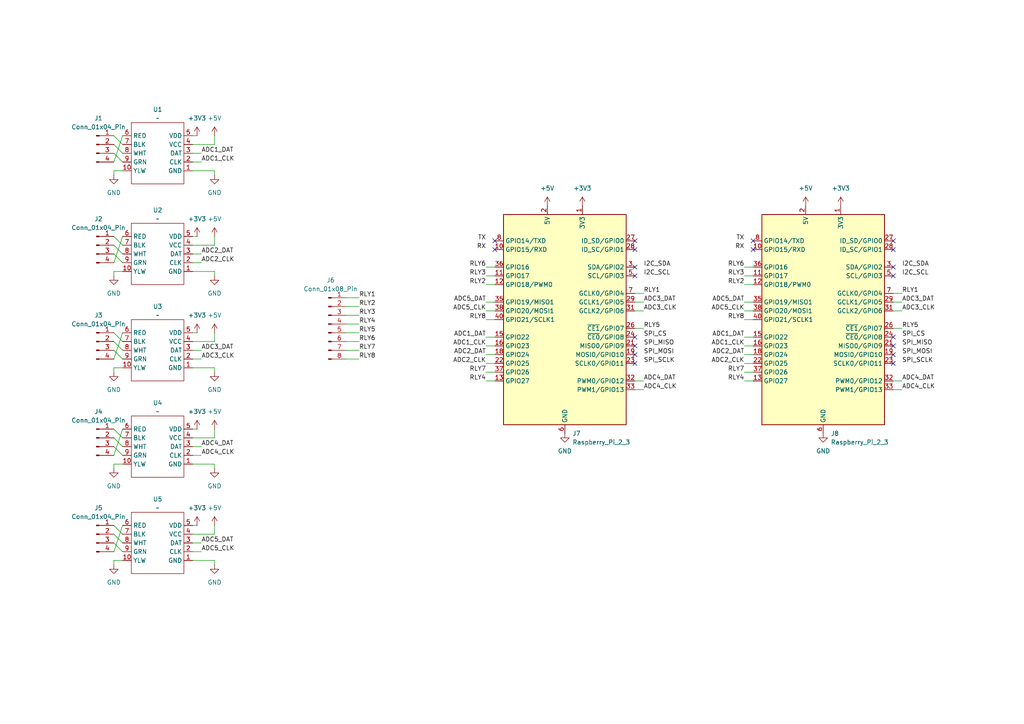
<source format=kicad_sch>
(kicad_sch (version 20231120) (generator "eeschema") (generator_version "8.0")
  (paper "A4")
  (lib_symbols
    (symbol "Connector:Conn_01x04_Pin" (pin_names (offset 1.016) hide)
      (property "Reference" "J" (at 0 5.08 0))
      (property "Value" "Conn_01x04_Pin" (at 0 -7.62 0))
      (symbol "Conn_01x04_Pin_1_1"
        (polyline (pts (xy 1.27 -5.08) (xy 0.8636 -5.08)) (stroke (width 0.1524)))
        (polyline (pts (xy 1.27 -2.54) (xy 0.8636 -2.54)) (stroke (width 0.1524)))
        (polyline (pts (xy 1.27 0) (xy 0.8636 0)) (stroke (width 0.1524)))
        (polyline (pts (xy 1.27 2.54) (xy 0.8636 2.54)) (stroke (width 0.1524)))
        (rectangle (start 0.8636 -4.953) (end 0 -5.207) (stroke (width 0.1524)) (fill (type outline)))
        (rectangle (start 0.8636 -2.413) (end 0 -2.667) (stroke (width 0.1524)) (fill (type outline)))
        (rectangle (start 0.8636 0.127) (end 0 -0.127) (stroke (width 0.1524)) (fill (type outline)))
        (rectangle (start 0.8636 2.667) (end 0 2.413) (stroke (width 0.1524)) (fill (type outline)))
        (pin passive line (at 5.08 2.54 180) (length 3.81) (name "Pin_1") (number "1"))
        (pin passive line (at 5.08 0 180) (length 3.81) (name "Pin_2") (number "2"))
        (pin passive line (at 5.08 -2.54 180) (length 3.81) (name "Pin_3") (number "3"))
        (pin passive line (at 5.08 -5.08 180) (length 3.81) (name "Pin_4") (number "4"))
      )
    )
    (symbol "Connector:Conn_01x08_Pin" (pin_names (offset 1.016) hide)
      (property "Reference" "J" (at 0 10.16 0))
      (property "Value" "Conn_01x08_Pin" (at 0 -12.7 0))
      (symbol "Conn_01x08_Pin_1_1"
        (polyline (pts (xy 1.27 -10.16) (xy 0.8636 -10.16)) (stroke (width 0.1524)))
        (polyline (pts (xy 1.27 -7.62) (xy 0.8636 -7.62)) (stroke (width 0.1524)))
        (polyline (pts (xy 1.27 -5.08) (xy 0.8636 -5.08)) (stroke (width 0.1524)))
        (polyline (pts (xy 1.27 -2.54) (xy 0.8636 -2.54)) (stroke (width 0.1524)))
        (polyline (pts (xy 1.27 0) (xy 0.8636 0)) (stroke (width 0.1524)))
        (polyline (pts (xy 1.27 2.54) (xy 0.8636 2.54)) (stroke (width 0.1524)))
        (polyline (pts (xy 1.27 5.08) (xy 0.8636 5.08)) (stroke (width 0.1524)))
        (polyline (pts (xy 1.27 7.62) (xy 0.8636 7.62)) (stroke (width 0.1524)))
        (rectangle (start 0.8636 -10.033) (end 0 -10.287) (stroke (width 0.1524)) (fill (type outline)))
        (rectangle (start 0.8636 -7.493) (end 0 -7.747) (stroke (width 0.1524)) (fill (type outline)))
        (rectangle (start 0.8636 -4.953) (end 0 -5.207) (stroke (width 0.1524)) (fill (type outline)))
        (rectangle (start 0.8636 -2.413) (end 0 -2.667) (stroke (width 0.1524)) (fill (type outline)))
        (rectangle (start 0.8636 0.127) (end 0 -0.127) (stroke (width 0.1524)) (fill (type outline)))
        (rectangle (start 0.8636 2.667) (end 0 2.413) (stroke (width 0.1524)) (fill (type outline)))
        (rectangle (start 0.8636 5.207) (end 0 4.953) (stroke (width 0.1524)) (fill (type outline)))
        (rectangle (start 0.8636 7.747) (end 0 7.493) (stroke (width 0.1524)) (fill (type outline)))
        (pin passive line (at 5.08 7.62 180) (length 3.81) (name "Pin_1") (number "1"))
        (pin passive line (at 5.08 5.08 180) (length 3.81) (name "Pin_2") (number "2"))
        (pin passive line (at 5.08 2.54 180) (length 3.81) (name "Pin_3") (number "3"))
        (pin passive line (at 5.08 0 180) (length 3.81) (name "Pin_4") (number "4"))
        (pin passive line (at 5.08 -2.54 180) (length 3.81) (name "Pin_5") (number "5"))
        (pin passive line (at 5.08 -5.08 180) (length 3.81) (name "Pin_6") (number "6"))
        (pin passive line (at 5.08 -7.62 180) (length 3.81) (name "Pin_7") (number "7"))
        (pin passive line (at 5.08 -10.16 180) (length 3.81) (name "Pin_8") (number "8"))
      )
    )
    (symbol "Connector:Raspberry_Pi_2_3"
      (property "Reference" "J" (at -17.78 31.75 0))
      (property "Value" "Raspberry_Pi_2_3" (at 10.16 -31.75 0))
      (symbol "Raspberry_Pi_2_3_0_1"
        (rectangle (start -17.78 30.48) (end 17.78 -30.48) (stroke (width 0.254)) (fill (type background)))
      )
      (symbol "Raspberry_Pi_2_3_1_1"
        (pin power_in line (at 5.08 33.02 270) (length 2.54) (name "3V3") (number "1"))
        (pin bidirectional line (at -20.32 20.32 0) (length 2.54) (name "GPIO15/RXD") (number "10"))
        (pin bidirectional line (at -20.32 12.7 0) (length 2.54) (name "GPIO17") (number "11"))
        (pin bidirectional line (at -20.32 10.16 0) (length 2.54) (name "GPIO18/PWM0") (number "12"))
        (pin bidirectional line (at -20.32 -17.78 0) (length 2.54) (name "GPIO27") (number "13"))
        (pin passive line (at 0 -33.02 90) (length 2.54) hide (name "GND") (number "14"))
        (pin bidirectional line (at -20.32 -5.08 0) (length 2.54) (name "GPIO22") (number "15"))
        (pin bidirectional line (at -20.32 -7.62 0) (length 2.54) (name "GPIO23") (number "16"))
        (pin passive line (at 5.08 33.02 270) (length 2.54) hide (name "3V3") (number "17"))
        (pin bidirectional line (at -20.32 -10.16 0) (length 2.54) (name "GPIO24") (number "18"))
        (pin bidirectional line (at 20.32 -10.16 180) (length 2.54) (name "MOSI0/GPIO10") (number "19"))
        (pin power_in line (at -5.08 33.02 270) (length 2.54) (name "5V") (number "2"))
        (pin passive line (at 0 -33.02 90) (length 2.54) hide (name "GND") (number "20"))
        (pin bidirectional line (at 20.32 -7.62 180) (length 2.54) (name "MISO0/GPIO9") (number "21"))
        (pin bidirectional line (at -20.32 -12.7 0) (length 2.54) (name "GPIO25") (number "22"))
        (pin bidirectional line (at 20.32 -12.7 180) (length 2.54) (name "SCLK0/GPIO11") (number "23"))
        (pin bidirectional line (at 20.32 -5.08 180) (length 2.54) (name "~{CE0}/GPIO8") (number "24"))
        (pin passive line (at 0 -33.02 90) (length 2.54) hide (name "GND") (number "25"))
        (pin bidirectional line (at 20.32 -2.54 180) (length 2.54) (name "~{CE1}/GPIO7") (number "26"))
        (pin bidirectional line (at 20.32 22.86 180) (length 2.54) (name "ID_SD/GPIO0") (number "27"))
        (pin bidirectional line (at 20.32 20.32 180) (length 2.54) (name "ID_SC/GPIO1") (number "28"))
        (pin bidirectional line (at 20.32 5.08 180) (length 2.54) (name "GCLK1/GPIO5") (number "29"))
        (pin bidirectional line (at 20.32 15.24 180) (length 2.54) (name "SDA/GPIO2") (number "3"))
        (pin passive line (at 0 -33.02 90) (length 2.54) hide (name "GND") (number "30"))
        (pin bidirectional line (at 20.32 2.54 180) (length 2.54) (name "GCLK2/GPIO6") (number "31"))
        (pin bidirectional line (at 20.32 -17.78 180) (length 2.54) (name "PWM0/GPIO12") (number "32"))
        (pin bidirectional line (at 20.32 -20.32 180) (length 2.54) (name "PWM1/GPIO13") (number "33"))
        (pin passive line (at 0 -33.02 90) (length 2.54) hide (name "GND") (number "34"))
        (pin bidirectional line (at -20.32 5.08 0) (length 2.54) (name "GPIO19/MISO1") (number "35"))
        (pin bidirectional line (at -20.32 15.24 0) (length 2.54) (name "GPIO16") (number "36"))
        (pin bidirectional line (at -20.32 -15.24 0) (length 2.54) (name "GPIO26") (number "37"))
        (pin bidirectional line (at -20.32 2.54 0) (length 2.54) (name "GPIO20/MOSI1") (number "38"))
        (pin passive line (at 0 -33.02 90) (length 2.54) hide (name "GND") (number "39"))
        (pin passive line (at -5.08 33.02 270) (length 2.54) hide (name "5V") (number "4"))
        (pin bidirectional line (at -20.32 0 0) (length 2.54) (name "GPIO21/SCLK1") (number "40"))
        (pin bidirectional line (at 20.32 12.7 180) (length 2.54) (name "SCL/GPIO3") (number "5"))
        (pin power_in line (at 0 -33.02 90) (length 2.54) (name "GND") (number "6"))
        (pin bidirectional line (at 20.32 7.62 180) (length 2.54) (name "GCLK0/GPIO4") (number "7"))
        (pin bidirectional line (at -20.32 22.86 0) (length 2.54) (name "GPIO14/TXD") (number "8"))
        (pin passive line (at 0 -33.02 90) (length 2.54) hide (name "GND") (number "9"))
      )
    )
    (symbol "New_Library:HX711_Load_Cell_Amp"
      (property "Reference" "U" (at 0 0 0))
      (symbol "HX711_Load_Cell_Amp_0_1"
        (rectangle (start -7.62 8.89) (end 7.62 -8.89))
      )
      (symbol "HX711_Load_Cell_Amp_1_1"
        (pin power_in line (at 10.16 -5.08 180) (length 2.54) (name "GND") (number "1"))
        (pin input line (at -10.16 -5.08 0) (length 2.54) (name "YLW") (number "10"))
        (pin output line (at 10.16 -2.54 180) (length 2.54) (name "CLK") (number "2"))
        (pin bidirectional line (at 10.16 0 180) (length 2.54) (name "DAT") (number "3"))
        (pin power_in line (at 10.16 2.54 180) (length 2.54) (name "VCC") (number "4"))
        (pin power_in line (at 10.16 5.08 180) (length 2.54) (name "VDD") (number "5"))
        (pin input line (at -10.16 5.08 0) (length 2.54) (name "RED") (number "6"))
        (pin input line (at -10.16 2.54 0) (length 2.54) (name "BLK") (number "7"))
        (pin input line (at -10.16 0 0) (length 2.54) (name "WHT") (number "8"))
        (pin input line (at -10.16 -2.54 0) (length 2.54) (name "GRN") (number "9"))
      )
    )
    (symbol "power:+3V3" (power) (pin_numbers hide) (pin_names (offset 0) hide)
      (property "Value" "+3V3" (at 0 3.556 0))
      (symbol "+3V3_0_1"
        (polyline (pts (xy -0.762 1.27) (xy 0 2.54)))
        (polyline (pts (xy 0 0) (xy 0 2.54)))
        (polyline (pts (xy 0 2.54) (xy 0.762 1.27)))
      )
      (symbol "+3V3_1_1"
        (pin power_in line (at 0 0 90) (length 0) (name "~") (number "1"))
      )
    )
    (symbol "power:+5V" (power) (pin_numbers hide) (pin_names (offset 0) hide)
      (property "Value" "+5V" (at 0 3.556 0))
      (symbol "+5V_0_1"
        (polyline (pts (xy -0.762 1.27) (xy 0 2.54)))
        (polyline (pts (xy 0 0) (xy 0 2.54)))
        (polyline (pts (xy 0 2.54) (xy 0.762 1.27)))
      )
      (symbol "+5V_1_1"
        (pin power_in line (at 0 0 90) (length 0) (name "~") (number "1"))
      )
    )
    (symbol "power:GND" (power) (pin_numbers hide) (pin_names (offset 0) hide)
      (property "Value" "GND" (at 0 -3.81 0))
      (symbol "GND_0_1"
        (polyline (pts (xy 0 0) (xy 0 -1.27) (xy 1.27 -1.27) (xy 0 -2.54) (xy -1.27 -1.27) (xy 0 -1.27)))
      )
      (symbol "GND_1_1"
        (pin power_in line (at 0 0 270) (length 0) (name "~") (number "1"))
      )
    )
  )
  (no_connect (at 259.08 80.01))
  (no_connect (at 259.08 69.85))
  (no_connect (at 184.15 72.39))
  (no_connect (at 143.51 72.39))
  (no_connect (at 218.44 69.85))
  (no_connect (at 218.44 72.39))
  (no_connect (at 184.15 80.01))
  (no_connect (at 184.15 69.85))
  (no_connect (at 259.08 102.87))
  (no_connect (at 184.15 102.87))
  (no_connect (at 184.15 77.47))
  (no_connect (at 259.08 72.39))
  (no_connect (at 184.15 97.79))
  (no_connect (at 184.15 105.41))
  (no_connect (at 259.08 105.41))
  (no_connect (at 143.51 69.85))
  (no_connect (at 259.08 97.79))
  (no_connect (at 259.08 100.33))
  (no_connect (at 184.15 100.33))
  (no_connect (at 259.08 77.47))
  (wire (pts (xy 33.02 157.48) (xy 35.56 160.02)))
  (wire (pts (xy 55.88 46.99) (xy 58.42 46.99)))
  (wire (pts (xy 140.97 92.71) (xy 143.51 92.71)))
  (wire (pts (xy 57.15 152.4) (xy 55.88 152.4)))
  (wire (pts (xy 55.88 157.48) (xy 58.42 157.48)))
  (wire (pts (xy 100.33 101.6) (xy 104.14 101.6)))
  (wire (pts (xy 140.97 90.17) (xy 143.51 90.17)))
  (wire (pts (xy 62.23 154.94) (xy 55.88 154.94)))
  (wire (pts (xy 35.56 39.37) (xy 33.02 46.99)))
  (wire (pts (xy 140.97 77.47) (xy 143.51 77.47)))
  (wire (pts (xy 33.02 162.56) (xy 35.56 162.56)))
  (wire (pts (xy 140.97 87.63) (xy 143.51 87.63)))
  (wire (pts (xy 33.02 162.56) (xy 33.02 163.83)))
  (wire (pts (xy 35.56 96.52) (xy 33.02 104.14)))
  (wire (pts (xy 33.02 39.37) (xy 35.56 41.91)))
  (wire (pts (xy 62.23 78.74) (xy 55.88 78.74)))
  (wire (pts (xy 62.23 99.06) (xy 55.88 99.06)))
  (wire (pts (xy 33.02 134.62) (xy 35.56 134.62)))
  (wire (pts (xy 215.9 97.79) (xy 218.44 97.79)))
  (wire (pts (xy 35.56 152.4) (xy 33.02 160.02)))
  (wire (pts (xy 62.23 49.53) (xy 55.88 49.53)))
  (wire (pts (xy 62.23 134.62) (xy 55.88 134.62)))
  (wire (pts (xy 33.02 78.74) (xy 33.02 80.01)))
  (wire (pts (xy 100.33 88.9) (xy 104.14 88.9)))
  (wire (pts (xy 33.02 73.66) (xy 35.56 76.2)))
  (wire (pts (xy 62.23 152.4) (xy 62.23 154.94)))
  (wire (pts (xy 55.88 160.02) (xy 58.42 160.02)))
  (wire (pts (xy 184.15 90.17) (xy 186.69 90.17)))
  (wire (pts (xy 62.23 106.68) (xy 55.88 106.68)))
  (wire (pts (xy 140.97 97.79) (xy 143.51 97.79)))
  (wire (pts (xy 215.9 107.95) (xy 218.44 107.95)))
  (wire (pts (xy 33.02 106.68) (xy 33.02 107.95)))
  (wire (pts (xy 100.33 96.52) (xy 104.14 96.52)))
  (wire (pts (xy 55.88 129.54) (xy 58.42 129.54)))
  (wire (pts (xy 259.08 90.17) (xy 261.62 90.17)))
  (wire (pts (xy 215.9 77.47) (xy 218.44 77.47)))
  (wire (pts (xy 215.9 82.55) (xy 218.44 82.55)))
  (wire (pts (xy 55.88 73.66) (xy 58.42 73.66)))
  (wire (pts (xy 259.08 85.09) (xy 261.62 85.09)))
  (wire (pts (xy 215.9 100.33) (xy 218.44 100.33)))
  (wire (pts (xy 33.02 41.91) (xy 35.56 44.45)))
  (wire (pts (xy 62.23 124.46) (xy 62.23 127)))
  (wire (pts (xy 62.23 39.37) (xy 62.23 41.91)))
  (wire (pts (xy 55.88 104.14) (xy 58.42 104.14)))
  (wire (pts (xy 33.02 106.68) (xy 35.56 106.68)))
  (wire (pts (xy 62.23 162.56) (xy 55.88 162.56)))
  (wire (pts (xy 215.9 92.71) (xy 218.44 92.71)))
  (wire (pts (xy 62.23 135.89) (xy 62.23 134.62)))
  (wire (pts (xy 55.88 101.6) (xy 58.42 101.6)))
  (wire (pts (xy 33.02 152.4) (xy 35.56 154.94)))
  (wire (pts (xy 57.15 39.37) (xy 55.88 39.37)))
  (wire (pts (xy 33.02 78.74) (xy 35.56 78.74)))
  (wire (pts (xy 184.15 87.63) (xy 186.69 87.63)))
  (wire (pts (xy 62.23 68.58) (xy 62.23 71.12)))
  (wire (pts (xy 215.9 90.17) (xy 218.44 90.17)))
  (wire (pts (xy 33.02 124.46) (xy 35.56 127)))
  (wire (pts (xy 33.02 134.62) (xy 33.02 135.89)))
  (wire (pts (xy 184.15 85.09) (xy 186.69 85.09)))
  (wire (pts (xy 140.97 100.33) (xy 143.51 100.33)))
  (wire (pts (xy 57.15 96.52) (xy 55.88 96.52)))
  (wire (pts (xy 140.97 107.95) (xy 143.51 107.95)))
  (wire (pts (xy 33.02 129.54) (xy 35.56 132.08)))
  (wire (pts (xy 259.08 87.63) (xy 261.62 87.63)))
  (wire (pts (xy 33.02 49.53) (xy 35.56 49.53)))
  (wire (pts (xy 140.97 80.01) (xy 143.51 80.01)))
  (wire (pts (xy 184.15 95.25) (xy 186.69 95.25)))
  (wire (pts (xy 55.88 132.08) (xy 58.42 132.08)))
  (wire (pts (xy 57.15 124.46) (xy 55.88 124.46)))
  (wire (pts (xy 184.15 110.49) (xy 186.69 110.49)))
  (wire (pts (xy 62.23 127) (xy 55.88 127)))
  (wire (pts (xy 33.02 44.45) (xy 35.56 46.99)))
  (wire (pts (xy 35.56 124.46) (xy 33.02 132.08)))
  (wire (pts (xy 215.9 110.49) (xy 218.44 110.49)))
  (wire (pts (xy 33.02 127) (xy 35.56 129.54)))
  (wire (pts (xy 140.97 110.49) (xy 143.51 110.49)))
  (wire (pts (xy 140.97 82.55) (xy 143.51 82.55)))
  (wire (pts (xy 33.02 101.6) (xy 35.56 104.14)))
  (wire (pts (xy 62.23 163.83) (xy 62.23 162.56)))
  (wire (pts (xy 62.23 50.8) (xy 62.23 49.53)))
  (wire (pts (xy 215.9 102.87) (xy 218.44 102.87)))
  (wire (pts (xy 140.97 102.87) (xy 143.51 102.87)))
  (wire (pts (xy 33.02 99.06) (xy 35.56 101.6)))
  (wire (pts (xy 62.23 96.52) (xy 62.23 99.06)))
  (wire (pts (xy 33.02 154.94) (xy 35.56 157.48)))
  (wire (pts (xy 62.23 107.95) (xy 62.23 106.68)))
  (wire (pts (xy 184.15 113.03) (xy 186.69 113.03)))
  (wire (pts (xy 215.9 105.41) (xy 218.44 105.41)))
  (wire (pts (xy 259.08 113.03) (xy 261.62 113.03)))
  (wire (pts (xy 215.9 80.01) (xy 218.44 80.01)))
  (wire (pts (xy 62.23 41.91) (xy 55.88 41.91)))
  (wire (pts (xy 55.88 44.45) (xy 58.42 44.45)))
  (wire (pts (xy 100.33 99.06) (xy 104.14 99.06)))
  (wire (pts (xy 33.02 96.52) (xy 35.56 99.06)))
  (wire (pts (xy 33.02 71.12) (xy 35.56 73.66)))
  (wire (pts (xy 33.02 68.58) (xy 35.56 71.12)))
  (wire (pts (xy 100.33 104.14) (xy 104.14 104.14)))
  (wire (pts (xy 35.56 68.58) (xy 33.02 76.2)))
  (wire (pts (xy 55.88 76.2) (xy 58.42 76.2)))
  (wire (pts (xy 140.97 105.41) (xy 143.51 105.41)))
  (wire (pts (xy 57.15 68.58) (xy 55.88 68.58)))
  (wire (pts (xy 259.08 95.25) (xy 261.62 95.25)))
  (wire (pts (xy 62.23 80.01) (xy 62.23 78.74)))
  (wire (pts (xy 100.33 86.36) (xy 104.14 86.36)))
  (wire (pts (xy 33.02 49.53) (xy 33.02 50.8)))
  (wire (pts (xy 62.23 71.12) (xy 55.88 71.12)))
  (wire (pts (xy 100.33 91.44) (xy 104.14 91.44)))
  (wire (pts (xy 259.08 110.49) (xy 261.62 110.49)))
  (wire (pts (xy 215.9 87.63) (xy 218.44 87.63)))
  (wire (pts (xy 100.33 93.98) (xy 104.14 93.98)))
  (label "ADC4_CLK" (at 58.42 132.08 0))
  (label "RLY4" (at 104.14 93.98 0))
  (label "SPI_MISO" (at 186.69 100.33 0))
  (label "ADC5_DAT" (at 140.97 87.63 180))
  (label "RLY4" (at 140.97 110.49 180))
  (label "RLY3" (at 140.97 80.01 180))
  (label "RX" (at 140.97 72.39 180))
  (label "RLY8" (at 104.14 104.14 0))
  (label "ADC1_CLK" (at 215.9 100.33 180))
  (label "ADC2_CLK" (at 140.97 105.41 180))
  (label "RLY8" (at 140.97 92.71 180))
  (label "RLY3" (at 215.9 80.01 180))
  (label "RLY7" (at 104.14 101.6 0))
  (label "ADC1_DAT" (at 140.97 97.79 180))
  (label "ADC3_DAT" (at 58.42 101.6 0))
  (label "ADC4_DAT" (at 186.69 110.49 0))
  (label "RLY5" (at 261.62 95.25 0))
  (label "RLY6" (at 215.9 77.47 180))
  (label "I2C_SDA" (at 261.62 77.47 0))
  (label "TX" (at 215.9 69.85 180))
  (label "ADC5_DAT" (at 215.9 87.63 180))
  (label "ADC4_CLK" (at 261.62 113.03 0))
  (label "RLY6" (at 140.97 77.47 180))
  (label "SPI_MOSI" (at 186.69 102.87 0))
  (label "RLY2" (at 215.9 82.55 180))
  (label "SPI_SCLK" (at 186.69 105.41 0))
  (label "RLY1" (at 261.62 85.09 0))
  (label "ADC4_DAT" (at 261.62 110.49 0))
  (label "RLY5" (at 186.69 95.25 0))
  (label "ADC1_CLK" (at 140.97 100.33 180))
  (label "ADC5_CLK" (at 58.42 160.02 0))
  (label "I2C_SCL" (at 261.62 80.01 0))
  (label "ADC4_CLK" (at 186.69 113.03 0))
  (label "RLY7" (at 215.9 107.95 180))
  (label "RLY8" (at 215.9 92.71 180))
  (label "RX" (at 215.9 72.39 180))
  (label "ADC2_CLK" (at 58.42 76.2 0))
  (label "ADC2_DAT" (at 215.9 102.87 180))
  (label "ADC3_DAT" (at 261.62 87.63 0))
  (label "ADC5_CLK" (at 215.9 90.17 180))
  (label "I2C_SDA" (at 186.69 77.47 0))
  (label "SPI_MISO" (at 261.62 100.33 0))
  (label "ADC3_DAT" (at 186.69 87.63 0))
  (label "ADC2_DAT" (at 58.42 73.66 0))
  (label "ADC3_CLK" (at 261.62 90.17 0))
  (label "ADC5_DAT" (at 58.42 157.48 0))
  (label "RLY5" (at 104.14 96.52 0))
  (label "I2C_SCL" (at 186.69 80.01 0))
  (label "RLY1" (at 104.14 86.36 0))
  (label "ADC3_CLK" (at 58.42 104.14 0))
  (label "ADC1_DAT" (at 58.42 44.45 0))
  (label "SPI_MOSI" (at 261.62 102.87 0))
  (label "RLY1" (at 186.69 85.09 0))
  (label "RLY3" (at 104.14 91.44 0))
  (label "RLY4" (at 215.9 110.49 180))
  (label "SPI_CS" (at 261.62 97.79 0))
  (label "ADC5_CLK" (at 140.97 90.17 180))
  (label "TX" (at 140.97 69.85 180))
  (label "SPI_SCLK" (at 261.62 105.41 0))
  (label "SPI_CS" (at 186.69 97.79 0))
  (label "RLY2" (at 140.97 82.55 180))
  (label "ADC1_CLK" (at 58.42 46.99 0))
  (label "ADC4_DAT" (at 58.42 129.54 0))
  (label "RLY7" (at 140.97 107.95 180))
  (label "ADC2_DAT" (at 140.97 102.87 180))
  (label "RLY6" (at 104.14 99.06 0))
  (label "ADC2_CLK" (at 215.9 105.41 180))
  (label "RLY2" (at 104.14 88.9 0))
  (label "ADC3_CLK" (at 186.69 90.17 0))
  (label "ADC1_DAT" (at 215.9 97.79 180))
  (symbol (lib_id "power:GND") (at 62.23 80.01 0) (unit 1)
    (property "Reference" "#PWR09" (effects (hide yes)))
    (property "Value" "GND" (at 62.23 85.09 0))
    (property "Description" "Power symbol creates a global label with name \"GND\" , ground" (effects (hide yes)))
  )
  (symbol (lib_id "power:GND") (at 238.76 125.73 0) (unit 1)
    (property "Reference" "#PWR019" (effects (hide yes)))
    (property "Value" "GND" (at 238.76 130.81 0))
    (property "Description" "Power symbol creates a global label with name \"GND\" , ground" (effects (hide yes)))
  )
  (symbol (lib_id "power:+5V") (at 62.23 68.58 0) (unit 1)
    (property "Reference" "#PWR08" (effects (hide yes)))
    (property "Value" "+5V" (at 62.23 63.5 0))
    (property "Description" "Power symbol creates a global label with name \"+5V\"" (effects (hide yes)))
  )
  (symbol (lib_id "New_Library:HX711_Load_Cell_Amp") (at 45.72 101.6 0) (unit 1)
    (property "Reference" "U3" (at 45.72 88.9 0))
    (property "Value" "~" (at 45.72 91.44 0))
    (property "Footprint" "Library:HX711_Load_Cell_Amp_PinSocket_basic2" (effects (hide yes)))
  )
  (symbol (lib_id "power:+3V3") (at 57.15 68.58 0) (unit 1)
    (property "Reference" "#PWR023" (effects (hide yes)))
    (property "Value" "+3V3" (at 57.15 63.5 0))
    (property "Description" "Power symbol creates a global label with name \"+3V3\"" (effects (hide yes)))
  )
  (symbol (lib_id "power:GND") (at 33.02 50.8 0) (unit 1)
    (property "Reference" "#PWR01" (effects (hide yes)))
    (property "Value" "GND" (at 33.02 55.88 0))
    (property "Description" "Power symbol creates a global label with name \"GND\" , ground" (effects (hide yes)))
  )
  (symbol (lib_id "New_Library:HX711_Load_Cell_Amp") (at 45.72 129.54 0) (unit 1)
    (property "Reference" "U4" (at 45.72 116.84 0))
    (property "Value" "~" (at 45.72 119.38 0))
    (property "Footprint" "Library:HX711_Load_Cell_Amp_PinSocket_basic2" (effects (hide yes)))
  )
  (symbol (lib_id "New_Library:HX711_Load_Cell_Amp") (at 45.72 73.66 0) (unit 1)
    (property "Reference" "U2" (at 45.72 60.96 0))
    (property "Value" "~" (at 45.72 63.5 0))
    (property "Footprint" "Library:HX711_Load_Cell_Amp_PinSocket_basic2" (effects (hide yes)))
  )
  (symbol (lib_id "power:+5V") (at 62.23 124.46 0) (unit 1)
    (property "Reference" "#PWR012" (effects (hide yes)))
    (property "Value" "+5V" (at 62.23 119.38 0))
    (property "Description" "Power symbol creates a global label with name \"+5V\"" (effects (hide yes)))
  )
  (symbol (lib_id "power:+5V") (at 158.75 59.69 0) (unit 1)
    (property "Reference" "#PWR016" (effects (hide yes)))
    (property "Value" "+5V" (at 158.75 54.61 0))
    (property "Description" "Power symbol creates a global label with name \"+5V\"" (effects (hide yes)))
  )
  (symbol (lib_id "power:+5V") (at 233.68 59.69 0) (unit 1)
    (property "Reference" "#PWR018" (effects (hide yes)))
    (property "Value" "+5V" (at 233.68 54.61 0))
    (property "Description" "Power symbol creates a global label with name \"+5V\"" (effects (hide yes)))
  )
  (symbol (lib_id "power:+5V") (at 62.23 152.4 0) (unit 1)
    (property "Reference" "#PWR014" (effects (hide yes)))
    (property "Value" "+5V" (at 62.23 147.32 0))
    (property "Description" "Power symbol creates a global label with name \"+5V\"" (effects (hide yes)))
  )
  (symbol (lib_id "power:+3V3") (at 57.15 152.4 0) (unit 1)
    (property "Reference" "#PWR026" (effects (hide yes)))
    (property "Value" "+3V3" (at 57.15 147.32 0))
    (property "Description" "Power symbol creates a global label with name \"+3V3\"" (effects (hide yes)))
  )
  (symbol (lib_id "power:+3V3") (at 168.91 59.69 0) (unit 1)
    (property "Reference" "#PWR020" (effects (hide yes)))
    (property "Value" "+3V3" (at 168.91 54.61 0))
    (property "Description" "Power symbol creates a global label with name \"+3V3\"" (effects (hide yes)))
  )
  (symbol (lib_id "power:GND") (at 33.02 80.01 0) (unit 1)
    (property "Reference" "#PWR02" (effects (hide yes)))
    (property "Value" "GND" (at 33.02 85.09 0))
    (property "Description" "Power symbol creates a global label with name \"GND\" , ground" (effects (hide yes)))
  )
  (symbol (lib_id "Connector:Conn_01x04_Pin") (at 27.94 127 0) (unit 1)
    (property "Reference" "J4" (at 28.575 119.38 0))
    (property "Value" "Conn_01x04_Pin" (at 28.575 121.92 0))
    (property "Footprint" "Connector_JST:JST_XH_S4B-XH-A_1x04_P2.50mm_Horizontal" (effects (hide yes)))
    (property "Description" "Generic connector, single row, 01x04, script generated" (effects (hide yes)))
  )
  (symbol (lib_id "New_Library:HX711_Load_Cell_Amp") (at 45.72 44.45 0) (unit 1)
    (property "Reference" "U1" (at 45.72 31.75 0))
    (property "Value" "~" (at 45.72 34.29 0))
    (property "Footprint" "Library:HX711_Load_Cell_Amp_PinSocket_basic" (effects (hide yes)))
    (property "Description" "https://www.sparkfun.com/sparkfun-load-cell-amplifier-hx711.html" (effects (hide yes)))
  )
  (symbol (lib_id "power:GND") (at 33.02 163.83 0) (unit 1)
    (property "Reference" "#PWR05" (effects (hide yes)))
    (property "Value" "GND" (at 33.02 168.91 0))
    (property "Description" "Power symbol creates a global label with name \"GND\" , ground" (effects (hide yes)))
  )
  (symbol (lib_id "power:GND") (at 163.83 125.73 0) (unit 1)
    (property "Reference" "#PWR017" (effects (hide yes)))
    (property "Value" "GND" (at 163.83 130.81 0))
    (property "Description" "Power symbol creates a global label with name \"GND\" , ground" (effects (hide yes)))
  )
  (symbol (lib_id "power:GND") (at 62.23 135.89 0) (unit 1)
    (property "Reference" "#PWR013" (effects (hide yes)))
    (property "Value" "GND" (at 62.23 140.97 0))
    (property "Description" "Power symbol creates a global label with name \"GND\" , ground" (effects (hide yes)))
  )
  (symbol (lib_id "Connector:Conn_01x04_Pin") (at 27.94 71.12 0) (unit 1)
    (property "Reference" "J2" (at 28.575 63.5 0))
    (property "Value" "Conn_01x04_Pin" (at 28.575 66.04 0))
    (property "Footprint" "Connector_JST:JST_XH_S4B-XH-A_1x04_P2.50mm_Horizontal" (effects (hide yes)))
    (property "Description" "Generic connector, single row, 01x04, script generated" (effects (hide yes)))
  )
  (symbol (lib_id "Connector:Conn_01x08_Pin") (at 95.25 93.98 0) (unit 1)
    (property "Reference" "J6" (at 95.885 81.28 0))
    (property "Value" "Conn_01x08_Pin" (at 95.885 83.82 0))
    (property "Footprint" "TerminalBlock_Phoenix:TerminalBlock_Phoenix_MPT-0,5-8-2.54_1x08_P2.54mm_Horizontal" (effects (hide yes)))
    (property "Description" "https://www.amazon.com/Qjaiune-8-Pin-2-54mm-Terminal-Connector/dp/B098QLRFMF" (effects (hide yes)))
  )
  (symbol (lib_id "Connector:Conn_01x04_Pin") (at 27.94 41.91 0) (unit 1)
    (property "Reference" "J1" (at 28.575 34.29 0))
    (property "Value" "Conn_01x04_Pin" (at 28.575 36.83 0))
    (property "Footprint" "Connector_JST:JST_XH_S4B-XH-A_1x04_P2.50mm_Horizontal" (effects (hide yes)))
    (property "Datasheet" "https://www.jst-mfg.com/product/pdf/eng/eXH.pdf" (effects (hide yes)))
    (property "Description" "https://www.amazon.com/VOGOOPOI-Terminal-Housing-Connector-Adaptor/dp/B0CH8G2XN9" (effects (hide yes)))
  )
  (symbol (lib_id "power:GND") (at 62.23 107.95 0) (unit 1)
    (property "Reference" "#PWR011" (effects (hide yes)))
    (property "Value" "GND" (at 62.23 113.03 0))
    (property "Description" "Power symbol creates a global label with name \"GND\" , ground" (effects (hide yes)))
  )
  (symbol (lib_id "Connector:Raspberry_Pi_2_3") (at 238.76 92.71 0) (unit 1)
    (property "Reference" "J8" (at 240.9541 125.73 0) (effects (justify left)))
    (property "Value" "Raspberry_Pi_2_3" (at 240.9541 128.27 0) (effects (justify left)))
    (property "Footprint" "Connector_PinSocket_2.54mm:PinSocket_2x20_P2.54mm_Vertical" (effects (hide yes)))
    (property "Datasheet" "https://www.raspberrypi.org/documentation/hardware/raspberrypi/schematics/rpi_SCH_3bplus_1p0_reduced.pdf" (effects (hide yes)))
    (property "Description" "expansion header for Raspberry Pi 2 & 3" (effects (hide yes)))
  )
  (symbol (lib_id "power:GND") (at 62.23 163.83 0) (unit 1)
    (property "Reference" "#PWR015" (effects (hide yes)))
    (property "Value" "GND" (at 62.23 168.91 0))
    (property "Description" "Power symbol creates a global label with name \"GND\" , ground" (effects (hide yes)))
  )
  (symbol (lib_id "Connector:Raspberry_Pi_2_3") (at 163.83 92.71 0) (unit 1)
    (property "Reference" "J7" (at 166.0241 125.73 0) (effects (justify left)))
    (property "Value" "Raspberry_Pi_2_3" (at 166.0241 128.27 0) (effects (justify left)))
    (property "Footprint" "Connector_PinSocket_2.54mm:PinSocket_2x20_P2.54mm_Vertical" (effects (hide yes)))
    (property "Datasheet" "https://www.raspberrypi.org/documentation/hardware/raspberrypi/schematics/rpi_SCH_3bplus_1p0_reduced.pdf" (effects (hide yes)))
    (property "Description" "expansion header for Raspberry Pi 2 & 3" (effects (hide yes)))
  )
  (symbol (lib_id "Connector:Conn_01x04_Pin") (at 27.94 99.06 0) (unit 1)
    (property "Reference" "J3" (at 28.575 91.44 0))
    (property "Value" "Conn_01x04_Pin" (at 28.575 93.98 0))
    (property "Footprint" "Connector_JST:JST_XH_S4B-XH-A_1x04_P2.50mm_Horizontal" (effects (hide yes)))
    (property "Description" "Generic connector, single row, 01x04, script generated" (effects (hide yes)))
  )
  (symbol (lib_id "power:GND") (at 33.02 107.95 0) (unit 1)
    (property "Reference" "#PWR03" (effects (hide yes)))
    (property "Value" "GND" (at 33.02 113.03 0))
    (property "Description" "Power symbol creates a global label with name \"GND\" , ground" (effects (hide yes)))
  )
  (symbol (lib_id "power:GND") (at 62.23 50.8 0) (unit 1)
    (property "Reference" "#PWR07" (effects (hide yes)))
    (property "Value" "GND" (at 62.23 55.88 0))
    (property "Description" "Power symbol creates a global label with name \"GND\" , ground" (effects (hide yes)))
  )
  (symbol (lib_id "power:+5V") (at 62.23 96.52 0) (unit 1)
    (property "Reference" "#PWR010" (effects (hide yes)))
    (property "Value" "+5V" (at 62.23 91.44 0))
    (property "Description" "Power symbol creates a global label with name \"+5V\"" (effects (hide yes)))
  )
  (symbol (lib_id "power:+3V3") (at 57.15 124.46 0) (unit 1)
    (property "Reference" "#PWR025" (effects (hide yes)))
    (property "Value" "+3V3" (at 57.15 119.38 0))
    (property "Description" "Power symbol creates a global label with name \"+3V3\"" (effects (hide yes)))
  )
  (symbol (lib_id "power:+3V3") (at 243.84 59.69 0) (unit 1)
    (property "Reference" "#PWR021" (effects (hide yes)))
    (property "Value" "+3V3" (at 243.84 54.61 0))
    (property "Description" "Power symbol creates a global label with name \"+3V3\"" (effects (hide yes)))
  )
  (symbol (lib_id "power:+5V") (at 62.23 39.37 0) (unit 1)
    (property "Reference" "#PWR06" (effects (hide yes)))
    (property "Value" "+5V" (at 62.23 34.29 0))
    (property "Description" "Power symbol creates a global label with name \"+5V\"" (effects (hide yes)))
  )
  (symbol (lib_id "power:GND") (at 33.02 135.89 0) (unit 1)
    (property "Reference" "#PWR04" (effects (hide yes)))
    (property "Value" "GND" (at 33.02 140.97 0))
    (property "Description" "Power symbol creates a global label with name \"GND\" , ground" (effects (hide yes)))
  )
  (symbol (lib_id "power:+3V3") (at 57.15 39.37 0) (unit 1)
    (property "Reference" "#PWR022" (effects (hide yes)))
    (property "Value" "+3V3" (at 57.15 34.29 0))
    (property "Description" "Power symbol creates a global label with name \"+3V3\"" (effects (hide yes)))
  )
  (symbol (lib_id "power:+3V3") (at 57.15 96.52 0) (unit 1)
    (property "Reference" "#PWR024" (effects (hide yes)))
    (property "Value" "+3V3" (at 57.15 91.44 0))
    (property "Description" "Power symbol creates a global label with name \"+3V3\"" (effects (hide yes)))
  )
  (symbol (lib_id "New_Library:HX711_Load_Cell_Amp") (at 45.72 157.48 0) (unit 1)
    (property "Reference" "U5" (at 45.72 144.78 0))
    (property "Value" "~" (at 45.72 147.32 0))
    (property "Footprint" "Library:HX711_Load_Cell_Amp_PinSocket_basic2" (effects (hide yes)))
  )
  (symbol (lib_id "Connector:Conn_01x04_Pin") (at 27.94 154.94 0) (unit 1)
    (property "Reference" "J5" (at 28.575 147.32 0))
    (property "Value" "Conn_01x04_Pin" (at 28.575 149.86 0))
    (property "Footprint" "Connector_JST:JST_XH_S4B-XH-A_1x04_P2.50mm_Horizontal" (effects (hide yes)))
    (property "Description" "Generic connector, single row, 01x04, script generated" (effects (hide yes)))
  )
)
</source>
